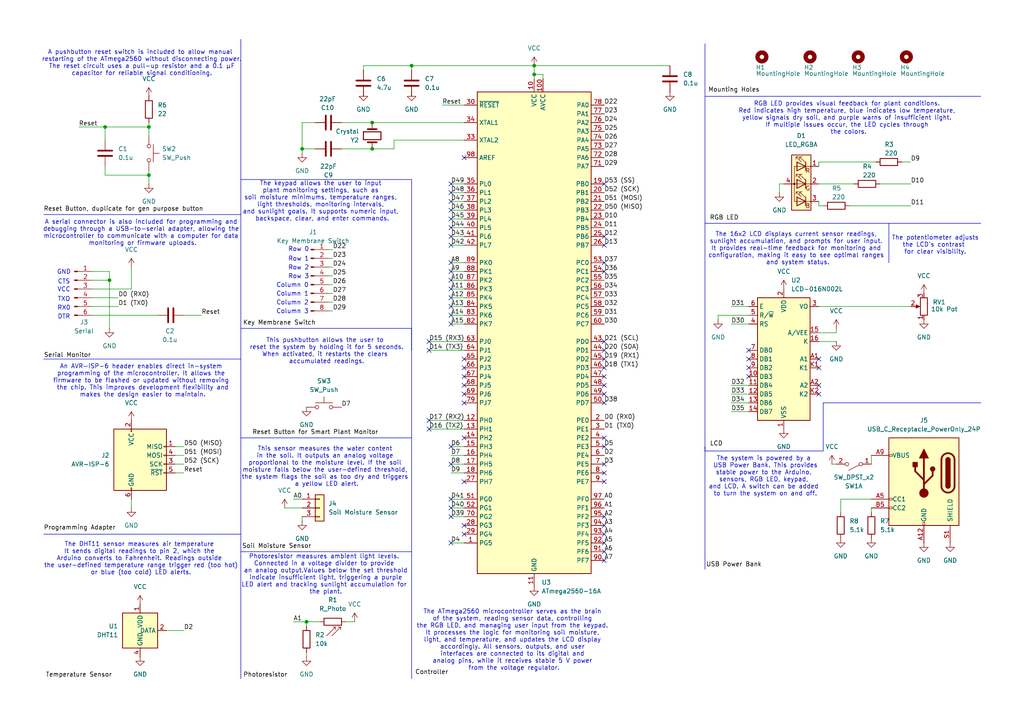
<source format=kicad_sch>
(kicad_sch (version 20250114) (generator "eeschema") (generator_version "9.0")
  (paper "A4")
  (lib_symbols
    (symbol "Connector:AVR-ISP-6" (pin_names (offset 1.016))
      (property "Reference" "J" (at -6.35 11.43 0))
      (property "Value" "AVR-ISP-6" (at 0 11.43 0))
      (symbol "AVR-ISP-6_1_1"
        (pin passive line (at -2.54 12.7 270) (length 2.54) (name "VCC") (number "2"))
        (pin passive line (at -2.54 -10.16 90) (length 2.54) (name "GND") (number "6"))
        (pin passive line (at 10.16 5.08 180) (length 2.54) (name "MISO") (number "1"))
        (pin passive line (at 10.16 2.54 180) (length 2.54) (name "MOSI") (number "4"))
        (pin passive line (at 10.16 0 180) (length 2.54) (name "SCK") (number "3"))
        (pin passive line (at 10.16 -2.54 180) (length 2.54) (name "~{RST}") (number "5"))
      )
    )
    (symbol "Connector:Conn_01x06_Pin" (pin_names (offset 1.016) (hide yes))
      (property "Reference" "J" (at 0 7.62 0))
      (property "Value" "Conn_01x06_Pin" (at 0 -10.16 0))
      (symbol "Conn_01x06_Pin_1_1"
        (pin passive line (at 5.08 5.08 180) (length 3.81) (name "Pin_1") (number "1"))
        (pin passive line (at 5.08 2.54 180) (length 3.81) (name "Pin_2") (number "2"))
        (pin passive line (at 5.08 0 180) (length 3.81) (name "Pin_3") (number "3"))
        (pin passive line (at 5.08 -2.54 180) (length 3.81) (name "Pin_4") (number "4"))
        (pin passive line (at 5.08 -5.08 180) (length 3.81) (name "Pin_5") (number "5"))
        (pin passive line (at 5.08 -7.62 180) (length 3.81) (name "Pin_6") (number "6"))
      )
    )
    (symbol "Connector:Conn_01x08_Pin" (pin_names (offset 1.016) (hide yes))
      (property "Reference" "J" (at 0 10.16 0))
      (property "Value" "Conn_01x08_Pin" (at 0 -12.7 0))
      (symbol "Conn_01x08_Pin_1_1"
        (pin passive line (at 5.08 7.62 180) (length 3.81) (name "Pin_1") (number "1"))
        (pin passive line (at 5.08 5.08 180) (length 3.81) (name "Pin_2") (number "2"))
        (pin passive line (at 5.08 2.54 180) (length 3.81) (name "Pin_3") (number "3"))
        (pin passive line (at 5.08 0 180) (length 3.81) (name "Pin_4") (number "4"))
        (pin passive line (at 5.08 -2.54 180) (length 3.81) (name "Pin_5") (number "5"))
        (pin passive line (at 5.08 -5.08 180) (length 3.81) (name "Pin_6") (number "6"))
        (pin passive line (at 5.08 -7.62 180) (length 3.81) (name "Pin_7") (number "7"))
        (pin passive line (at 5.08 -10.16 180) (length 3.81) (name "Pin_8") (number "8"))
      )
    )
    (symbol "Connector:USB_C_Receptacle_PowerOnly_24P" (pin_names (offset 1.016))
      (property "Reference" "J" (at 0 16.51 0))
      (property "Value" "USB_C_Receptacle_PowerOnly_24P" (at 0 13.97 0))
      (symbol "USB_C_Receptacle_PowerOnly_24P_1_1"
        (pin passive line (at -7.62 -17.78 90) (length 5.08) (name "SHIELD") (number "S1"))
        (pin passive line (at 0 -17.78 90) (length 5.08) (hide yes) (name "GND") (number "A1"))
        (pin power_in line (at 0 -17.78 90) (length 5.08) (name "GND") (number "A12"))
        (pin passive line (at 0 -17.78 90) (length 5.08) (hide yes) (name "GND") (number "B1"))
        (pin passive line (at 0 -17.78 90) (length 5.08) (hide yes) (name "GND") (number "B12"))
        (pin passive line (at 15.24 7.62 180) (length 5.08) (hide yes) (name "VBUS") (number "A4"))
        (pin power_in line (at 15.24 7.62 180) (length 5.08) (name "VBUS") (number "A9"))
        (pin passive line (at 15.24 7.62 180) (length 5.08) (hide yes) (name "VBUS") (number "B4"))
        (pin passive line (at 15.24 7.62 180) (length 5.08) (hide yes) (name "VBUS") (number "B9"))
        (pin bidirectional line (at 15.24 -5.08 180) (length 5.08) (name "CC1") (number "A5"))
        (pin bidirectional line (at 15.24 -7.62 180) (length 5.08) (name "CC2") (number "B5"))
      )
    )
    (symbol "Connector_Generic:Conn_01x03" (pin_names (offset 1.016) (hide yes))
      (property "Reference" "J" (at 0 5.08 0))
      (property "Value" "Conn_01x03" (at 0 -5.08 0))
      (symbol "Conn_01x03_1_1"
        (pin passive line (at -5.08 2.54 0) (length 3.81) (name "Pin_1") (number "1"))
        (pin passive line (at -5.08 0 0) (length 3.81) (name "Pin_2") (number "2"))
        (pin passive line (at -5.08 -2.54 0) (length 3.81) (name "Pin_3") (number "3"))
      )
    )
    (symbol "Device:C" (pin_numbers (hide yes)) (pin_names (offset 0.254))
      (property "Reference" "C" (at 0.635 2.54 0))
      (property "Value" "C" (at 0.635 -2.54 0))
      (symbol "C_1_1"
        (pin passive line (at 0 3.81 270) (length 2.794) (name "~") (number "1"))
        (pin passive line (at 0 -3.81 90) (length 2.794) (name "~") (number "2"))
      )
    )
    (symbol "Device:Crystal" (pin_numbers (hide yes)) (pin_names (offset 1.016) (hide yes))
      (property "Reference" "Y" (at 0 3.81 0))
      (property "Value" "Crystal" (at 0 -3.81 0))
      (symbol "Crystal_1_1"
        (pin passive line (at -3.81 0 0) (length 1.27) (name "1") (number "1"))
        (pin passive line (at 3.81 0 180) (length 1.27) (name "2") (number "2"))
      )
    )
    (symbol "Device:LED_RGBA" (pin_names (offset 0) (hide yes))
      (property "Reference" "D" (at 0 9.398 0))
      (property "Value" "LED_RGBA" (at 0 -8.89 0))
      (symbol "LED_RGBA_0_0"
        (text "R" (at -1.905 3.81 0) (effects (font (size 1.27 1.27))))
        (text "G" (at -1.905 -1.27 0) (effects (font (size 1.27 1.27))))
        (text "B" (at -1.905 -6.35 0) (effects (font (size 1.27 1.27))))
      )
      (symbol "LED_RGBA_1_1"
        (pin passive line (at -5.08 5.08 0) (length 2.54) (name "RK") (number "1"))
        (pin passive line (at -5.08 0 0) (length 2.54) (name "GK") (number "2"))
        (pin passive line (at -5.08 -5.08 0) (length 2.54) (name "BK") (number "3"))
        (pin passive line (at 5.08 0 180) (length 2.54) (name "A") (number "4"))
      )
    )
    (symbol "Device:R" (pin_numbers (hide yes)) (pin_names (offset 0))
      (property "Reference" "R" (at 2.032 0 90))
      (property "Value" "R" (at 0 0 90))
      (symbol "R_1_1"
        (pin passive line (at 0 3.81 270) (length 1.27) (name "~") (number "1"))
        (pin passive line (at 0 -3.81 90) (length 1.27) (name "~") (number "2"))
      )
    )
    (symbol "Device:R_Photo" (pin_numbers (hide yes)) (pin_names (offset 0))
      (property "Reference" "R" (at 1.27 1.27 0))
      (property "Value" "R_Photo" (at 1.27 0 0))
      (symbol "R_Photo_1_1"
        (pin passive line (at 0 3.81 270) (length 1.27) (name "~") (number "1"))
        (pin passive line (at 0 -3.81 90) (length 1.27) (name "~") (number "2"))
      )
    )
    (symbol "Device:R_Potentiometer" (pin_names (offset 1.016) (hide yes))
      (property "Reference" "RV" (at -4.445 0 90))
      (property "Value" "R_Potentiometer" (at -2.54 0 90))
      (symbol "R_Potentiometer_1_1"
        (pin passive line (at 0 3.81 270) (length 1.27) (name "1") (number "1"))
        (pin passive line (at 0 -3.81 90) (length 1.27) (name "3") (number "3"))
        (pin passive line (at 3.81 0 180) (length 1.27) (name "2") (number "2"))
      )
    )
    (symbol "Display_Character:LCD-016N002L"
      (property "Reference" "U" (at -6.35 18.796 0))
      (property "Value" "LCD-016N002L" (at 8.636 18.796 0))
      (symbol "LCD-016N002L_1_1"
        (pin input line (at -10.16 15.24 0) (length 2.54) (name "E") (number "6"))
        (pin input line (at -10.16 12.7 0) (length 2.54) (name "R/~{W}") (number "5"))
        (pin input line (at -10.16 10.16 0) (length 2.54) (name "RS") (number "4"))
        (pin bidirectional line (at -10.16 2.54 0) (length 2.54) (name "DB0") (number "7"))
        (pin bidirectional line (at -10.16 0 0) (length 2.54) (name "DB1") (number "8"))
        (pin bidirectional line (at -10.16 -2.54 0) (length 2.54) (name "DB2") (number "9"))
        (pin bidirectional line (at -10.16 -5.08 0) (length 2.54) (name "DB3") (number "10"))
        (pin bidirectional line (at -10.16 -7.62 0) (length 2.54) (name "DB4") (number "11"))
        (pin bidirectional line (at -10.16 -10.16 0) (length 2.54) (name "DB5") (number "12"))
        (pin bidirectional line (at -10.16 -12.7 0) (length 2.54) (name "DB6") (number "13"))
        (pin bidirectional line (at -10.16 -15.24 0) (length 2.54) (name "DB7") (number "14"))
        (pin power_in line (at 0 20.32 270) (length 2.54) (name "VDD") (number "2"))
        (pin power_in line (at 0 -20.32 90) (length 2.54) (name "VSS") (number "1"))
        (pin input line (at 10.16 15.24 180) (length 2.54) (name "VO") (number "3"))
        (pin power_in line (at 10.16 7.62 180) (length 2.54) (name "A/VEE") (number "15"))
        (pin power_in line (at 10.16 5.08 180) (length 2.54) (name "K") (number "16"))
        (pin power_in line (at 10.16 0 180) (length 2.54) (name "A1") (number "A1"))
        (pin power_in line (at 10.16 -2.54 180) (length 2.54) (name "K1") (number "K1"))
        (pin power_in line (at 10.16 -7.62 180) (length 2.54) (name "A2") (number "A2"))
        (pin power_in line (at 10.16 -10.16 180) (length 2.54) (name "K2") (number "K2"))
      )
    )
    (symbol "MCU_Microchip_ATmega:ATmega2560-16A"
      (property "Reference" "U" (at 0 1.27 0))
      (property "Value" "ATmega2560-16A" (at 0 -1.27 0))
      (symbol "ATmega2560-16A_1_1"
        (pin input line (at -20.32 66.04 0) (length 3.81) (name "~{RESET}") (number "30"))
        (pin input line (at -20.32 60.96 0) (length 3.81) (name "XTAL1") (number "34"))
        (pin output line (at -20.32 55.88 0) (length 3.81) (name "XTAL2") (number "33"))
        (pin passive line (at -20.32 50.8 0) (length 3.81) (name "AREF") (number "98"))
        (pin bidirectional line (at -20.32 43.18 0) (length 3.81) (name "PL0") (number "35"))
        (pin bidirectional line (at -20.32 40.64 0) (length 3.81) (name "PL1") (number "36"))
        (pin bidirectional line (at -20.32 38.1 0) (length 3.81) (name "PL2") (number "37"))
        (pin bidirectional line (at -20.32 35.56 0) (length 3.81) (name "PL3") (number "38"))
        (pin bidirectional line (at -20.32 33.02 0) (length 3.81) (name "PL4") (number "39"))
        (pin bidirectional line (at -20.32 30.48 0) (length 3.81) (name "PL5") (number "40"))
        (pin bidirectional line (at -20.32 27.94 0) (length 3.81) (name "PL6") (number "41"))
        (pin bidirectional line (at -20.32 25.4 0) (length 3.81) (name "PL7") (number "42"))
        (pin bidirectional line (at -20.32 20.32 0) (length 3.81) (name "PK0") (number "89"))
        (pin bidirectional line (at -20.32 17.78 0) (length 3.81) (name "PK1") (number "88"))
        (pin bidirectional line (at -20.32 15.24 0) (length 3.81) (name "PK2") (number "87"))
        (pin bidirectional line (at -20.32 12.7 0) (length 3.81) (name "PK3") (number "86"))
        (pin bidirectional line (at -20.32 10.16 0) (length 3.81) (name "PK4") (number "85"))
        (pin bidirectional line (at -20.32 7.62 0) (length 3.81) (name "PK5") (number "84"))
        (pin bidirectional line (at -20.32 5.08 0) (length 3.81) (name "PK6") (number "83"))
        (pin bidirectional line (at -20.32 2.54 0) (length 3.81) (name "PK7") (number "82"))
        (pin bidirectional line (at -20.32 -2.54 0) (length 3.81) (name "PJ0") (number "63"))
        (pin bidirectional line (at -20.32 -5.08 0) (length 3.81) (name "PJ1") (number "64"))
        (pin bidirectional line (at -20.32 -7.62 0) (length 3.81) (name "PJ2") (number "65"))
        (pin bidirectional line (at -20.32 -10.16 0) (length 3.81) (name "PJ3") (number "66"))
        (pin bidirectional line (at -20.32 -12.7 0) (length 3.81) (name "PJ4") (number "67"))
        (pin bidirectional line (at -20.32 -15.24 0) (length 3.81) (name "PJ5") (number "68"))
        (pin bidirectional line (at -20.32 -17.78 0) (length 3.81) (name "PJ6") (number "69"))
        (pin bidirectional line (at -20.32 -20.32 0) (length 3.81) (name "PJ7") (number "79"))
        (pin bidirectional line (at -20.32 -25.4 0) (length 3.81) (name "PH0") (number "12"))
        (pin bidirectional line (at -20.32 -27.94 0) (length 3.81) (name "PH1") (number "13"))
        (pin bidirectional line (at -20.32 -30.48 0) (length 3.81) (name "PH2") (number "14"))
        (pin bidirectional line (at -20.32 -33.02 0) (length 3.81) (name "PH3") (number "15"))
        (pin bidirectional line (at -20.32 -35.56 0) (length 3.81) (name "PH4") (number "16"))
        (pin bidirectional line (at -20.32 -38.1 0) (length 3.81) (name "PH5") (number "17"))
        (pin bidirectional line (at -20.32 -40.64 0) (length 3.81) (name "PH6") (number "18"))
        (pin bidirectional line (at -20.32 -43.18 0) (length 3.81) (name "PH7") (number "27"))
        (pin bidirectional line (at -20.32 -48.26 0) (length 3.81) (name "PG0") (number "51"))
        (pin bidirectional line (at -20.32 -50.8 0) (length 3.81) (name "PG1") (number "52"))
        (pin bidirectional line (at -20.32 -53.34 0) (length 3.81) (name "PG2") (number "70"))
        (pin bidirectional line (at -20.32 -55.88 0) (length 3.81) (name "PG3") (number "28"))
        (pin bidirectional line (at -20.32 -58.42 0) (length 3.81) (name "PG4") (number "29"))
        (pin bidirectional line (at -20.32 -60.96 0) (length 3.81) (name "PG5") (number "1"))
        (pin power_in line (at 0 73.66 270) (length 3.81) (name "VCC") (number "10"))
        (pin passive line (at 0 73.66 270) (length 3.81) (hide yes) (name "VCC") (number "31"))
        (pin passive line (at 0 73.66 270) (length 3.81) (hide yes) (name "VCC") (number "61"))
        (pin passive line (at 0 73.66 270) (length 3.81) (hide yes) (name "VCC") (number "80"))
        (pin power_in line (at 0 -73.66 90) (length 3.81) (name "GND") (number "11"))
        (pin passive line (at 0 -73.66 90) (length 3.81) (hide yes) (name "GND") (number "32"))
        (pin passive line (at 0 -73.66 90) (length 3.81) (hide yes) (name "GND") (number "62"))
        (pin passive line (at 0 -73.66 90) (length 3.81) (hide yes) (name "GND") (number "81"))
        (pin passive line (at 0 -73.66 90) (length 3.81) (hide yes) (name "GND") (number "99"))
        (pin power_in line (at 2.54 73.66 270) (length 3.81) (name "AVCC") (number "100"))
        (pin bidirectional line (at 20.32 66.04 180) (length 3.81) (name "PA0") (number "78"))
        (pin bidirectional line (at 20.32 63.5 180) (length 3.81) (name "PA1") (number "77"))
        (pin bidirectional line (at 20.32 60.96 180) (length 3.81) (name "PA2") (number "76"))
        (pin bidirectional line (at 20.32 58.42 180) (length 3.81) (name "PA3") (number "75"))
        (pin bidirectional line (at 20.32 55.88 180) (length 3.81) (name "PA4") (number "74"))
        (pin bidirectional line (at 20.32 53.34 180) (length 3.81) (name "PA5") (number "73"))
        (pin bidirectional line (at 20.32 50.8 180) (length 3.81) (name "PA6") (number "72"))
        (pin bidirectional line (at 20.32 48.26 180) (length 3.81) (name "PA7") (number "71"))
        (pin bidirectional line (at 20.32 43.18 180) (length 3.81) (name "PB0") (number "19"))
        (pin bidirectional line (at 20.32 40.64 180) (length 3.81) (name "PB1") (number "20"))
        (pin bidirectional line (at 20.32 38.1 180) (length 3.81) (name "PB2") (number "21"))
        (pin bidirectional line (at 20.32 35.56 180) (length 3.81) (name "PB3") (number "22"))
        (pin bidirectional line (at 20.32 33.02 180) (length 3.81) (name "PB4") (number "23"))
        (pin bidirectional line (at 20.32 30.48 180) (length 3.81) (name "PB5") (number "24"))
        (pin bidirectional line (at 20.32 27.94 180) (length 3.81) (name "PB6") (number "25"))
        (pin bidirectional line (at 20.32 25.4 180) (length 3.81) (name "PB7") (number "26"))
        (pin bidirectional line (at 20.32 20.32 180) (length 3.81) (name "PC0") (number "53"))
        (pin bidirectional line (at 20.32 17.78 180) (length 3.81) (name "PC1") (number "54"))
        (pin bidirectional line (at 20.32 15.24 180) (length 3.81) (name "PC2") (number "55"))
        (pin bidirectional line (at 20.32 12.7 180) (length 3.81) (name "PC3") (number "56"))
        (pin bidirectional line (at 20.32 10.16 180) (length 3.81) (name "PC4") (number "57"))
        (pin bidirectional line (at 20.32 7.62 180) (length 3.81) (name "PC5") (number "58"))
        (pin bidirectional line (at 20.32 5.08 180) (length 3.81) (name "PC6") (number "59"))
        (pin bidirectional line (at 20.32 2.54 180) (length 3.81) (name "PC7") (number "60"))
        (pin bidirectional line (at 20.32 -2.54 180) (length 3.81) (name "PD0") (number "43"))
        (pin bidirectional line (at 20.32 -5.08 180) (length 3.81) (name "PD1") (number "44"))
        (pin bidirectional line (at 20.32 -7.62 180) (length 3.81) (name "PD2") (number "45"))
        (pin bidirectional line (at 20.32 -10.16 180) (length 3.81) (name "PD3") (number "46"))
        (pin bidirectional line (at 20.32 -12.7 180) (length 3.81) (name "PD4") (number "47"))
        (pin bidirectional line (at 20.32 -15.24 180) (length 3.81) (name "PD5") (number "48"))
        (pin bidirectional line (at 20.32 -17.78 180) (length 3.81) (name "PD6") (number "49"))
        (pin bidirectional line (at 20.32 -20.32 180) (length 3.81) (name "PD7") (number "50"))
        (pin bidirectional line (at 20.32 -25.4 180) (length 3.81) (name "PE0") (number "2"))
        (pin bidirectional line (at 20.32 -27.94 180) (length 3.81) (name "PE1") (number "3"))
        (pin bidirectional line (at 20.32 -30.48 180) (length 3.81) (name "PE2") (number "4"))
        (pin bidirectional line (at 20.32 -33.02 180) (length 3.81) (name "PE3") (number "5"))
        (pin bidirectional line (at 20.32 -35.56 180) (length 3.81) (name "PE4") (number "6"))
        (pin bidirectional line (at 20.32 -38.1 180) (length 3.81) (name "PE5") (number "7"))
        (pin bidirectional line (at 20.32 -40.64 180) (length 3.81) (name "PE6") (number "8"))
        (pin bidirectional line (at 20.32 -43.18 180) (length 3.81) (name "PE7") (number "9"))
        (pin bidirectional line (at 20.32 -48.26 180) (length 3.81) (name "PF0") (number "97"))
        (pin bidirectional line (at 20.32 -50.8 180) (length 3.81) (name "PF1") (number "96"))
        (pin bidirectional line (at 20.32 -53.34 180) (length 3.81) (name "PF2") (number "95"))
        (pin bidirectional line (at 20.32 -55.88 180) (length 3.81) (name "PF3") (number "94"))
        (pin bidirectional line (at 20.32 -58.42 180) (length 3.81) (name "PF4") (number "93"))
        (pin bidirectional line (at 20.32 -60.96 180) (length 3.81) (name "PF5") (number "92"))
        (pin bidirectional line (at 20.32 -63.5 180) (length 3.81) (name "PF6") (number "91"))
        (pin bidirectional line (at 20.32 -66.04 180) (length 3.81) (name "PF7") (number "90"))
      )
    )
    (symbol "Mechanical:MountingHole" (pin_names (offset 1.016)) (in_bom no)
      (property "Reference" "H" (at 0 5.08 0))
      (property "Value" "MountingHole" (at 0 3.175 0))
    )
    (symbol "Sensor:DHT11"
      (property "Reference" "U" (at -3.81 6.35 0))
      (property "Value" "DHT11" (at 3.81 6.35 0))
      (symbol "DHT11_1_1"
        (pin no_connect line (at -5.08 0 0) (length 2.54) (hide yes) (name "NC") (number "3"))
        (pin power_in line (at 0 7.62 270) (length 2.54) (name "VDD") (number "1"))
        (pin power_in line (at 0 -7.62 90) (length 2.54) (name "GND") (number "4"))
        (pin bidirectional line (at 7.62 0 180) (length 2.54) (name "DATA") (number "2"))
      )
    )
    (symbol "Switch:SW_DPST_x2" (pin_names (offset 0) (hide yes))
      (property "Reference" "SW" (at 0 3.175 0))
      (property "Value" "SW_DPST_x2" (at 0 -2.54 0))
      (symbol "SW_DPST_x2_1_1"
        (pin passive line (at -5.08 0 0) (length 2.54) (name "A") (number "1"))
        (pin passive line (at 5.08 0 180) (length 2.54) (name "B") (number "2"))
      )
      (symbol "SW_DPST_x2_2_1"
        (pin passive line (at -5.08 0 0) (length 2.54) (name "A") (number "3"))
        (pin passive line (at 5.08 0 180) (length 2.54) (name "B") (number "4"))
      )
    )
    (symbol "Switch:SW_Push" (pin_numbers (hide yes)) (pin_names (offset 1.016) (hide yes))
      (property "Reference" "SW" (at 1.27 2.54 0))
      (property "Value" "SW_Push" (at 0 -1.524 0))
      (symbol "SW_Push_0_1"
        (pin passive line (at -5.08 0 0) (length 2.54) (name "1") (number "1"))
        (pin passive line (at 5.08 0 180) (length 2.54) (name "2") (number "2"))
      )
    )
    (symbol "power:GND" (power) (pin_numbers (hide yes)) (pin_names (offset 0) (hide yes))
      (property "Value" "GND" (at 0 -3.81 0))
      (symbol "GND_1_1"
        (pin power_in line (at 0 0 270) (length 0) (name "~") (number "1"))
      )
    )
    (symbol "power:VCC" (power) (pin_numbers (hide yes)) (pin_names (offset 0) (hide yes))
      (property "Value" "VCC" (at 0 3.556 0))
      (symbol "VCC_1_1"
        (pin power_in line (at 0 0 90) (length 0) (name "~") (number "1"))
      )
    )
  )
  (text "The 16x2 LCD displays current sensor readings, \nsunlight accumulation, and prompts for user input. \nIt provides real-time feedback for monitoring and \nconfiguration, making it easy to see optimal ranges \nand system status." (at 231.394 72.136 0) (effects (font (size 1.27 1.27))))
  (text "An AVR-ISP-6 header enables direct in-system \nprogramming of the microcontroller. It allows the \nfirmware to be flashed or updated without removing \nthe chip. This improves development flexibility and\nmakes the design easier to maintain." (at 41.402 110.49 0) (effects (font (size 1.27 1.27))))
  (text "GND\n" (at 18.542 78.994 0) (effects (font (size 1.27 1.27))))
  (text "Programming Adapter" (at 23.114 153.162 0) (effects (font (size 1.27 1.27))))
  (text "LCD" (at 207.772 128.778 0) (effects (font (size 1.27 1.27))))
  (text "RGB LED provides visual feedback for plant conditions. \nRed indicates high temperature, blue indicates low temperature, \nyellow signals dry soil, and purple warns of insufficient light. \nIf multiple issues occur, the LED cycles through \nthe colors." (at 246.126 34.29 0) (effects (font (size 1.27 1.27))))
  (text "Serial Monitor" (at 19.558 103.124 0) (effects (font (size 1.27 1.27))))
  (text "The ATmega2560 microcontroller serves as the brain \nof the system, reading sensor data, controlling \nthe RGB LED, and managing user input from the keypad. \nIt processes the logic for monitoring soil moisture, \nlight, and temperature, and updates the LCD display \naccordingly. All sensors, outputs, and user \ninterfaces are connected to its digital and \nanalog pins, while it receives stable 5 V power \nfrom the voltage regulator." (at 149.098 185.674 0) (effects (font (size 1.27 1.27))))
  (text "A pushbutton reset switch is included to allow manual \nrestarting of the ATmega2560 without disconnecting power.\n The reset circuit uses a pull-up resistor and a 0.1 µF \ncapacitor for reliable signal conditioning." (at 41.148 18.288 0) (effects (font (size 1.27 1.27))))
  (text "VCC" (at 18.542 84.074 0) (effects (font (size 1.27 1.27))))
  (text "RX0" (at 18.542 89.408 0) (effects (font (size 1.27 1.27))))
  (text "Controller" (at 125.222 195.072 0) (effects (font (size 1.27 1.27))))
  (text "Temperature Sensor" (at 22.86 195.834 0) (effects (font (size 1.27 1.27))))
  (text "Photoresistor measures ambient light levels. \nConnected in a voltage divider to provide \nan analog output.Values below the set threshold\nindicate insufficient light, triggering a purple\nLED alert and tracking sunlight accumulation for \nthe plant." (at 94.488 166.624 0) (effects (font (size 1.27 1.27))))
  (text "The DHT11 sensor measures air temperature \nIt sends digital readings to pin 2, which the \nArduino converts to Fahrenheit. Readings outside \nthe user-defined temperature range trigger red (too hot)\nor blue (too cold) LED alerts." (at 40.894 162.052 0) (effects (font (size 1.27 1.27))))
  (text "Mounting Holes" (at 212.852 26.162 0) (effects (font (size 1.27 1.27))))
  (text "Photoresistor" (at 76.962 195.834 0) (effects (font (size 1.27 1.27))))
  (text "Soil Moisture Sensor" (at 80.264 158.496 0) (effects (font (size 1.27 1.27))))
  (text "The potentiometer adjusts\nthe LCD's contrast \nfor clear visibility." (at 271.272 71.12 0) (effects (font (size 1.27 1.27))))
  (text "Reset Button for Smart Plant Monitor" (at 91.44 125.476 0) (effects (font (size 1.27 1.27))))
  (text "USB Power Bank" (at 212.852 163.83 0) (effects (font (size 1.27 1.27))))
  (text "RGB LED" (at 210.058 63.246 0) (effects (font (size 1.27 1.27))))
  (text "Column 1" (at 84.836 85.344 0) (effects (font (size 1.27 1.27))))
  (text "The keypad allows the user to input \nplant monitoring settings, such as \nsoil moisture minimums, temperature ranges, \nlight thresholds, monitoring intervals, \nand sunlight goals. It supports numeric input, \nbackspace, clear, and enter commands." (at 93.472 58.42 0) (effects (font (size 1.27 1.27))))
  (text "Key Membrane Switch" (at 81.026 93.726 0) (effects (font (size 1.27 1.27))))
  (text "The system is powered by a \nUSB Power Bank. This provides\nstable power to the Arduino, \nsensors, RGB LED, keypad, \nand LCD. A switch can be added \nto turn the system on and off." (at 221.996 138.176 0) (effects (font (size 1.27 1.27))))
  (text "DTR" (at 18.542 91.948 0) (effects (font (size 1.27 1.27))))
  (text "Row 0" (at 86.614 72.39 0) (effects (font (size 1.27 1.27))))
  (text "Column 3" (at 84.836 90.424 0) (effects (font (size 1.27 1.27))))
  (text "Reset Button, duplicate for gen purpose button" (at 35.814 60.706 0) (effects (font (size 1.27 1.27))))
  (text "Column 2" (at 84.836 87.884 0) (effects (font (size 1.27 1.27))))
  (text "This pushbutton allows the user to \nreset the system by holding it for 5 seconds.\nWhen activated, it restarts the clears \naccumulated readings." (at 94.742 101.854 0) (effects (font (size 1.27 1.27))))
  (text "Row 2" (at 86.614 77.724 0) (effects (font (size 1.27 1.27))))
  (text "Row 3" (at 86.614 80.264 0) (effects (font (size 1.27 1.27))))
  (text "This sensor measures the water content \nin the soil. It outputs an analog voltage \nproportional to the moisture level. If the soil \nmoisture falls below the user-defined threshold, \nthe system flags the soil as too dry and triggers \na yellow LED alert." (at 94.742 135.382 0) (effects (font (size 1.27 1.27))))
  (text "Row 1" (at 86.614 75.184 0) (effects (font (size 1.27 1.27))))
  (text "TXO" (at 18.542 86.868 0) (effects (font (size 1.27 1.27))))
  (text "A serial connector is also included for programming and \ndebugging through a USB-to-serial adapter, allowing the \nmicrocontroller to communicate with a computer for data \nmonitoring or firmware uploads." (at 41.402 67.564 0) (effects (font (size 1.27 1.27))))
  (text "CTS" (at 18.542 81.788 0) (effects (font (size 1.27 1.27))))
  (text "Column 0" (at 84.836 82.804 0) (effects (font (size 1.27 1.27))))
  (junction (at 88.9 180.34))
  (junction (at 154.94 21.59))
  (junction (at 107.95 35.56))
  (junction (at 154.94 19.05))
  (junction (at 30.48 36.83))
  (junction (at 107.95 43.18))
  (junction (at 87.63 43.18))
  (junction (at 43.18 50.8))
  (junction (at 119.38 19.05))
  (junction (at 43.18 36.83))
  (junction (at 31.75 81.28))
  (no_connect (at 175.26 68.58))
  (no_connect (at 130.81 83.82))
  (no_connect (at 130.81 134.62))
  (no_connect (at 130.81 91.44))
  (no_connect (at 175.26 109.22))
  (no_connect (at 130.81 157.48))
  (no_connect (at 175.26 71.12))
  (no_connect (at 175.26 53.34))
  (no_connect (at 134.62 114.3))
  (no_connect (at 175.26 116.84))
  (no_connect (at 134.62 104.14))
  (no_connect (at 124.46 121.92))
  (no_connect (at 134.62 45.72))
  (no_connect (at 124.46 101.6))
  (no_connect (at 237.49 111.76))
  (no_connect (at 130.81 55.88))
  (no_connect (at 130.81 129.54))
  (no_connect (at 175.26 134.62))
  (no_connect (at 175.26 149.86))
  (no_connect (at 130.81 149.86))
  (no_connect (at 217.17 109.22))
  (no_connect (at 175.26 129.54))
  (no_connect (at 130.81 68.58))
  (no_connect (at 134.62 111.76))
  (no_connect (at 217.17 101.6))
  (no_connect (at 130.81 86.36))
  (no_connect (at 217.17 104.14))
  (no_connect (at 130.81 88.9))
  (no_connect (at 130.81 58.42))
  (no_connect (at 130.81 63.5))
  (no_connect (at 175.26 99.06))
  (no_connect (at 134.62 139.7))
  (no_connect (at 175.26 101.6))
  (no_connect (at 175.26 154.94))
  (no_connect (at 237.49 114.3))
  (no_connect (at 175.26 76.2))
  (no_connect (at 130.81 71.12))
  (no_connect (at 124.46 124.46))
  (no_connect (at 175.26 104.14))
  (no_connect (at 134.62 127))
  (no_connect (at 130.81 66.04))
  (no_connect (at 134.62 152.4))
  (no_connect (at 130.81 53.34))
  (no_connect (at 134.62 154.94))
  (no_connect (at 130.81 144.78))
  (no_connect (at 217.17 106.68))
  (no_connect (at 175.26 139.7))
  (no_connect (at 130.81 81.28))
  (no_connect (at 130.81 76.2))
  (no_connect (at 134.62 109.22))
  (no_connect (at 175.26 127))
  (no_connect (at 134.62 116.84))
  (no_connect (at 175.26 152.4))
  (no_connect (at 237.49 104.14))
  (no_connect (at 175.26 78.74))
  (no_connect (at 130.81 147.32))
  (no_connect (at 175.26 160.02))
  (no_connect (at 130.81 60.96))
  (no_connect (at 175.26 111.76))
  (no_connect (at 130.81 93.98))
  (no_connect (at 130.81 78.74))
  (no_connect (at 124.46 99.06))
  (no_connect (at 175.26 137.16))
  (no_connect (at 237.49 106.68))
  (no_connect (at 175.26 106.68))
  (no_connect (at 134.62 106.68))
  (no_connect (at 175.26 157.48))
  (no_connect (at 175.26 162.56))
  (no_connect (at 175.26 114.3))
  (wire (pts (xy 50.8 134.62) (xy 53.34 134.62)))
  (wire (pts (xy 130.81 63.5) (xy 134.62 63.5)))
  (wire (pts (xy 107.95 35.56) (xy 134.62 35.56)))
  (wire (pts (xy 43.18 35.56) (xy 43.18 36.83)))
  (polyline (pts (xy 204.47 27.94) (xy 284.48 27.94)))
  (wire (pts (xy 130.81 132.08) (xy 134.62 132.08)))
  (wire (pts (xy 154.94 21.59) (xy 154.94 22.86)))
  (wire (pts (xy 212.09 88.9) (xy 217.17 88.9)))
  (wire (pts (xy 130.81 93.98) (xy 134.62 93.98)))
  (wire (pts (xy 95.25 87.63) (xy 96.52 87.63)))
  (wire (pts (xy 114.3 40.64) (xy 114.3 43.18)))
  (wire (pts (xy 26.67 91.44) (xy 45.72 91.44)))
  (wire (pts (xy 212.09 93.98) (xy 217.17 93.98)))
  (wire (pts (xy 255.27 53.34) (xy 264.16 53.34)))
  (polyline (pts (xy 204.47 130.81) (xy 238.76 130.81)))
  (wire (pts (xy 26.67 88.9) (xy 34.29 88.9)))
  (wire (pts (xy 43.18 50.8) (xy 43.18 53.34)))
  (wire (pts (xy 31.75 81.28) (xy 31.75 95.25)))
  (wire (pts (xy 212.09 116.84) (xy 217.17 116.84)))
  (wire (pts (xy 130.81 134.62) (xy 134.62 134.62)))
  (wire (pts (xy 243.84 144.78) (xy 252.73 144.78)))
  (polyline (pts (xy 204.47 129.54) (xy 204.47 165.1)))
  (wire (pts (xy 130.81 157.48) (xy 134.62 157.48)))
  (wire (pts (xy 130.81 88.9) (xy 134.62 88.9)))
  (wire (pts (xy 154.94 19.05) (xy 154.94 21.59)))
  (wire (pts (xy 50.8 129.54) (xy 53.34 129.54)))
  (wire (pts (xy 237.49 88.9) (xy 264.16 88.9)))
  (wire (pts (xy 119.38 19.05) (xy 119.38 20.32)))
  (wire (pts (xy 157.48 22.86) (xy 157.48 21.59)))
  (polyline (pts (xy 119.38 52.07) (xy 119.38 101.6)))
  (wire (pts (xy 237.49 46.99) (xy 237.49 48.26)))
  (wire (pts (xy 130.81 144.78) (xy 134.62 144.78)))
  (wire (pts (xy 114.3 43.18) (xy 107.95 43.18)))
  (wire (pts (xy 30.48 50.8) (xy 43.18 50.8)))
  (wire (pts (xy 88.9 180.34) (xy 92.71 180.34)))
  (wire (pts (xy 31.75 78.74) (xy 31.75 81.28)))
  (polyline (pts (xy 69.85 52.07) (xy 119.38 52.07)))
  (polyline (pts (xy 238.76 116.84) (xy 284.48 116.84)))
  (wire (pts (xy 130.81 68.58) (xy 134.62 68.58)))
  (wire (pts (xy 237.49 59.69) (xy 238.76 59.69)))
  (wire (pts (xy 212.09 111.76) (xy 217.17 111.76)))
  (wire (pts (xy 30.48 40.64) (xy 30.48 36.83)))
  (wire (pts (xy 130.81 137.16) (xy 134.62 137.16)))
  (wire (pts (xy 105.41 20.32) (xy 105.41 19.05)))
  (wire (pts (xy 88.9 189.23) (xy 88.9 190.5)))
  (wire (pts (xy 87.63 43.18) (xy 87.63 35.56)))
  (wire (pts (xy 242.57 96.52) (xy 242.57 95.25)))
  (wire (pts (xy 95.25 82.55) (xy 96.52 82.55)))
  (wire (pts (xy 30.48 48.26) (xy 30.48 50.8)))
  (wire (pts (xy 208.28 91.44) (xy 208.28 92.71)))
  (wire (pts (xy 237.49 99.06) (xy 242.57 99.06)))
  (wire (pts (xy 130.81 71.12) (xy 134.62 71.12)))
  (wire (pts (xy 50.8 132.08) (xy 53.34 132.08)))
  (polyline (pts (xy 238.76 116.84) (xy 238.76 130.81)))
  (wire (pts (xy 212.09 119.38) (xy 217.17 119.38)))
  (wire (pts (xy 128.27 30.48) (xy 134.62 30.48)))
  (wire (pts (xy 124.46 99.06) (xy 134.62 99.06)))
  (wire (pts (xy 130.81 53.34) (xy 134.62 53.34)))
  (wire (pts (xy 53.34 91.44) (xy 58.42 91.44)))
  (wire (pts (xy 130.81 86.36) (xy 134.62 86.36)))
  (wire (pts (xy 91.44 35.56) (xy 87.63 35.56)))
  (wire (pts (xy 261.62 46.99) (xy 264.16 46.99)))
  (wire (pts (xy 82.55 147.32) (xy 87.63 147.32)))
  (wire (pts (xy 237.49 46.99) (xy 254 46.99)))
  (wire (pts (xy 95.25 74.93) (xy 96.52 74.93)))
  (wire (pts (xy 30.48 36.83) (xy 43.18 36.83)))
  (wire (pts (xy 119.38 26.67) (xy 119.38 27.94)))
  (wire (pts (xy 237.49 59.69) (xy 237.49 58.42)))
  (polyline (pts (xy 204.47 64.77) (xy 284.48 64.77)))
  (wire (pts (xy 26.67 86.36) (xy 34.29 86.36)))
  (wire (pts (xy 130.81 81.28) (xy 134.62 81.28)))
  (wire (pts (xy 130.81 58.42) (xy 134.62 58.42)))
  (wire (pts (xy 134.62 40.64) (xy 114.3 40.64)))
  (wire (pts (xy 130.81 83.82) (xy 134.62 83.82)))
  (wire (pts (xy 107.95 35.56) (xy 99.06 35.56)))
  (wire (pts (xy 227.33 53.34) (xy 226.06 53.34)))
  (wire (pts (xy 38.1 83.82) (xy 38.1 77.47)))
  (polyline (pts (xy 69.85 160.02) (xy 119.38 160.02)))
  (wire (pts (xy 130.81 149.86) (xy 134.62 149.86)))
  (wire (pts (xy 43.18 36.83) (xy 43.18 39.37)))
  (wire (pts (xy 26.67 78.74) (xy 31.75 78.74)))
  (wire (pts (xy 124.46 121.92) (xy 134.62 121.92)))
  (wire (pts (xy 226.06 53.34) (xy 226.06 55.88)))
  (polyline (pts (xy 12.7 62.23) (xy 69.85 62.23)))
  (wire (pts (xy 130.81 66.04) (xy 134.62 66.04)))
  (wire (pts (xy 252.73 147.32) (xy 252.73 148.59)))
  (polyline (pts (xy 204.47 12.7) (xy 204.47 130.81)))
  (wire (pts (xy 130.81 91.44) (xy 134.62 91.44)))
  (wire (pts (xy 85.09 144.78) (xy 87.63 144.78)))
  (polyline (pts (xy 69.85 11.43) (xy 69.85 160.02)))
  (wire (pts (xy 124.46 101.6) (xy 134.62 101.6)))
  (wire (pts (xy 130.81 76.2) (xy 134.62 76.2)))
  (wire (pts (xy 95.25 90.17) (xy 96.52 90.17)))
  (wire (pts (xy 119.38 19.05) (xy 154.94 19.05)))
  (wire (pts (xy 95.25 77.47) (xy 96.52 77.47)))
  (wire (pts (xy 91.44 43.18) (xy 87.63 43.18)))
  (wire (pts (xy 88.9 180.34) (xy 88.9 181.61)))
  (polyline (pts (xy 119.38 161.29) (xy 119.38 196.85)))
  (wire (pts (xy 252.73 132.08) (xy 252.73 134.62)))
  (wire (pts (xy 50.8 137.16) (xy 53.34 137.16)))
  (polyline (pts (xy 12.7 154.94) (xy 69.85 154.94)))
  (wire (pts (xy 246.38 59.69) (xy 264.16 59.69)))
  (wire (pts (xy 237.49 96.52) (xy 242.57 96.52)))
  (wire (pts (xy 243.84 144.78) (xy 243.84 148.59)))
  (wire (pts (xy 130.81 78.74) (xy 134.62 78.74)))
  (wire (pts (xy 48.26 182.88) (xy 53.34 182.88)))
  (wire (pts (xy 130.81 147.32) (xy 134.62 147.32)))
  (wire (pts (xy 130.81 60.96) (xy 134.62 60.96)))
  (wire (pts (xy 105.41 19.05) (xy 119.38 19.05)))
  (wire (pts (xy 212.09 114.3) (xy 217.17 114.3)))
  (wire (pts (xy 100.33 180.34) (xy 102.87 180.34)))
  (wire (pts (xy 87.63 43.18) (xy 87.63 44.45)))
  (wire (pts (xy 95.25 85.09) (xy 96.52 85.09)))
  (wire (pts (xy 87.63 149.86) (xy 87.63 151.13)))
  (wire (pts (xy 85.09 180.34) (xy 88.9 180.34)))
  (polyline (pts (xy 69.85 127) (xy 119.38 127)))
  (wire (pts (xy 157.48 21.59) (xy 154.94 21.59)))
  (wire (pts (xy 105.41 27.94) (xy 105.41 26.67)))
  (wire (pts (xy 43.18 49.53) (xy 43.18 50.8)))
  (wire (pts (xy 22.86 36.83) (xy 30.48 36.83)))
  (polyline (pts (xy 69.85 95.25) (xy 119.38 95.25)))
  (polyline (pts (xy 12.7 104.14) (xy 69.85 104.14)))
  (polyline (pts (xy 119.38 95.25) (xy 119.38 161.29)))
  (wire (pts (xy 217.17 91.44) (xy 208.28 91.44)))
  (wire (pts (xy 124.46 124.46) (xy 134.62 124.46)))
  (wire (pts (xy 95.25 80.01) (xy 96.52 80.01)))
  (wire (pts (xy 154.94 19.05) (xy 194.31 19.05)))
  (polyline (pts (xy 69.85 160.02) (xy 69.85 196.85)))
  (wire (pts (xy 130.81 129.54) (xy 134.62 129.54)))
  (wire (pts (xy 95.25 72.39) (xy 96.52 72.39)))
  (wire (pts (xy 26.67 81.28) (xy 31.75 81.28)))
  (wire (pts (xy 38.1 144.78) (xy 38.1 147.32)))
  (wire (pts (xy 241.3 134.62) (xy 242.57 134.62)))
  (polyline (pts (xy 257.81 64.77) (xy 257.81 76.2)))
  (wire (pts (xy 107.95 43.18) (xy 99.06 43.18)))
  (wire (pts (xy 130.81 55.88) (xy 134.62 55.88)))
  (wire (pts (xy 26.67 83.82) (xy 38.1 83.82)))
  (wire (pts (xy 237.49 53.34) (xy 247.65 53.34)))
  (label "A2" (at 175.26 149.86 0))
  (label "D29" (at 175.26 48.26 0))
  (label "D0 (RX0)" (at 34.29 86.36 0))
  (label "D51 (MOSI)" (at 53.34 132.08 0))
  (label "D2" (at 175.26 132.08 0))
  (label "A13" (at 130.81 88.9 0))
  (label "D26" (at 96.52 82.55 0))
  (label "D40" (at 130.81 147.32 0))
  (label "D48" (at 130.81 55.88 0))
  (label "D33" (at 212.09 114.3 0))
  (label "D6" (at 130.81 129.54 0))
  (label "D50 (MISO)" (at 53.34 129.54 0))
  (label "D24" (at 175.26 35.56 0))
  (label "A12" (at 130.81 86.36 0))
  (label "A1" (at 175.26 147.32 0))
  (label "D3" (at 175.26 134.62 0))
  (label "D49" (at 130.81 53.34 0))
  (label "D4" (at 130.81 157.48 0))
  (label "D34" (at 175.26 83.82 0))
  (label "D2" (at 53.34 182.88 0))
  (label "D7" (at 99.06 118.11 0))
  (label "D18 (TX1)" (at 175.26 106.68 0))
  (label "D10" (at 264.16 53.34 0))
  (label "D30" (at 212.09 93.98 0))
  (label "A11" (at 130.81 83.82 0))
  (label "D37" (at 175.26 76.2 0))
  (label "A4" (at 175.26 154.94 0))
  (label "D33" (at 175.26 86.36 0))
  (label "A9" (at 130.81 78.74 0))
  (label "D22" (at 175.26 30.48 0))
  (label "D38" (at 175.26 116.84 0))
  (label "D20 (SDA)" (at 175.26 101.6 0))
  (label "D39" (at 130.81 149.86 0))
  (label "D23" (at 96.52 74.93 0))
  (label "A3" (at 175.26 152.4 0))
  (label "D45" (at 130.81 63.5 0))
  (label "D31" (at 175.26 91.44 0))
  (label "D43" (at 130.81 68.58 0))
  (label "D17 (RX2)" (at 124.46 121.92 0))
  (label "D52 (SCK)" (at 175.26 55.88 0))
  (label "Reset" (at 22.86 36.83 0))
  (label "D35" (at 175.26 81.28 0))
  (label "A15" (at 130.81 93.98 0))
  (label "A14" (at 130.81 91.44 0))
  (label "A5" (at 175.26 157.48 0))
  (label "D53 (SS)" (at 175.26 53.34 0))
  (label "D14 (TX3)" (at 124.46 101.6 0))
  (label "Reset" (at 53.34 137.16 0))
  (label "A10" (at 130.81 81.28 0))
  (label "D16 (TX2)" (at 124.46 124.46 0))
  (label "D8" (at 130.81 134.62 0))
  (label "A1" (at 85.09 180.34 0))
  (label "A8" (at 130.81 76.2 0))
  (label "D44" (at 130.81 66.04 0))
  (label "D28" (at 96.52 87.63 0))
  (label "D47" (at 130.81 58.42 0))
  (label "D10" (at 175.26 63.5 0))
  (label "D42" (at 130.81 71.12 0))
  (label "D29" (at 96.52 90.17 0))
  (label "D5" (at 175.26 129.54 0))
  (label "D41" (at 130.81 144.78 0))
  (label "D24" (at 96.52 77.47 0))
  (label "A0" (at 175.26 144.78 0))
  (label "D30" (at 175.26 93.98 0))
  (label "D32" (at 175.26 88.9 0))
  (label "D1 (TX0)" (at 34.29 88.9 0))
  (label "D15 (RX3)" (at 124.46 99.06 0))
  (label "D9" (at 264.16 46.99 0))
  (label "D7" (at 130.81 132.08 0))
  (label "D36" (at 175.26 78.74 0))
  (label "D27" (at 96.52 85.09 0))
  (label "Reset" (at 128.27 30.48 0))
  (label "A7" (at 175.26 162.56 0))
  (label "D11" (at 175.26 66.04 0))
  (label "D46" (at 130.81 60.96 0))
  (label "D11" (at 264.16 59.69 0))
  (label "D52 (SCK)" (at 53.34 134.62 0))
  (label "A6" (at 175.26 160.02 0))
  (label "Reset" (at 58.42 91.44 0))
  (label "D51 (MOSI)" (at 175.26 58.42 0))
  (label "D9" (at 130.81 137.16 0))
  (label "D0 (RX0)" (at 175.26 121.92 0))
  (label "D1 (TX0)" (at 175.26 124.46 0))
  (label "D12" (at 175.26 68.58 0))
  (label "D13" (at 175.26 71.12 0))
  (label "D31" (at 212.09 88.9 0))
  (label "D28" (at 175.26 45.72 0))
  (label "D23" (at 175.26 33.02 0))
  (label "D27" (at 175.26 43.18 0))
  (label "A0" (at 85.09 144.78 0))
  (label "D32" (at 212.09 111.76 0))
  (label "D21 (SCL)" (at 175.26 99.06 0))
  (label "D35" (at 212.09 119.38 0))
  (label "D34" (at 212.09 116.84 0))
  (label "D25" (at 96.52 80.01 0))
  (label "D50 (MISO)" (at 175.26 60.96 0))
  (label "D22" (at 96.52 72.39 0))
  (label "D19 (RX1)" (at 175.26 104.14 0))
  (label "D25" (at 175.26 38.1 0))
  (label "D26" (at 175.26 40.64 0))
  (symbol (lib_id "Device:R") (at 257.81 46.99 90) (unit 1)
    (property "Reference" "R3" (at 256.54 41.9099 90) (effects (justify right)))
    (property "Value" "220" (at 256.54 44.4499 90) (effects (justify right)))
    (property "Footprint" "Resistor_THT:R_Axial_DIN0309_L9.0mm_D3.2mm_P12.70mm_Horizontal" (effects (hide yes)))
    (property "Datasheet" "https://www.seielect.com/catalog/SEI-CF_CFM.pdf" (effects (hide yes)))
    (property "Description" "Resistor" (effects (hide yes)))
    (property "MFR" "  Stackpole Electronics Inc" (effects (hide yes)))
    (property "MPN" "  CF14JT220R" (effects (hide yes)))
  )
  (symbol (lib_id "power:VCC") (at 242.57 95.25 0) (unit 1)
    (property "Reference" "#PWR025" (effects (hide yes)))
    (property "Value" "VCC" (at 242.57 90.17 0))
    (property "Description" "Power symbol creates a global label with name \"VCC\"" (effects (hide yes)))
  )
  (symbol (lib_id "power:GND") (at 243.84 156.21 0) (mirror y) (unit 1)
    (property "Reference" "#PWR029" (effects (hide yes)))
    (property "Value" "GND" (at 243.84 161.29 0))
    (property "Description" "Power symbol creates a global label with name \"GND\" , ground" (effects (hide yes)))
  )
  (symbol (lib_id "power:VCC") (at 82.55 147.32 0) (unit 1)
    (property "Reference" "#PWR021" (effects (hide yes)))
    (property "Value" "VCC" (at 82.55 142.24 0))
    (property "Description" "Power symbol creates a global label with name \"VCC\"" (effects (hide yes)))
  )
  (symbol (lib_id "Display_Character:LCD-016N002L") (at 227.33 104.14 0) (unit 1)
    (property "Reference" "U2" (at 229.4733 81.28 0) (effects (justify left)))
    (property "Value" "LCD-016N002L" (at 229.4733 83.82 0) (effects (justify left)))
    (property "Footprint" "Display:LCD-016N002L" (effects (hide yes)))
    (property "Datasheet" "https://soldered.com/productdata/2015/02/Soldered_HD44780_datasheet.pdf" (effects (hide yes)))
    (property "Description" "LCD 12x2, 8 bit parallel bus, 3V or 5V VDD" (effects (hide yes)))
    (property "MFR" "HITACHI" (effects (hide yes)))
    (property "MPN" "HD44780U (LCD-II) " (effects (hide yes)))
  )
  (symbol (lib_id "power:GND") (at 208.28 92.71 0) (unit 1)
    (property "Reference" "#PWR024" (effects (hide yes)))
    (property "Value" "GND" (at 208.28 97.79 0))
    (property "Description" "Power symbol creates a global label with name \"GND\" , ground" (effects (hide yes)))
  )
  (symbol (lib_id "Connector:AVR-ISP-6") (at 40.64 134.62 0) (unit 1)
    (property "Reference" "J2" (at 31.75 132.0799 0) (effects (justify right)))
    (property "Value" "AVR-ISP-6" (at 31.75 134.6199 0) (effects (justify right)))
    (property "Footprint" "Connector:Tag-Connect_TC2030-IDC-FP_2x03_P1.27mm_Vertical" (effects (hide yes)))
    (property "Datasheet" "https://s3.amazonaws.com/catalogspreads-pdf/PAGE123%20.100%20SFH11%20SERIES%20FEMALE%20HDR%20ST%20RA.pdf" (effects (hide yes)))
    (property "Description" "Atmel 6-pin ISP connector" (effects (hide yes)))
    (property "MFR" "  Sullins Connector Solutions" (effects (hide yes)))
    (property "MPN" "  SFH11-NBPC-D03-ST-BK" (effects (hide yes)))
  )
  (symbol (lib_id "Device:C") (at 49.53 91.44 270) (unit 1)
    (property "Reference" "C2" (at 49.276 96.012 90))
    (property "Value" "0.1u" (at 49.276 98.552 90))
    (property "Footprint" "Capacitor_SMD:CP_Elec_3x5.3" (effects (hide yes)))
    (property "Datasheet" "https://search.murata.co.jp/Ceramy/image/img/A01X/G101/ENG/GRM033C71C104KE14-01.pdf" (effects (hide yes)))
    (property "Description" "Unpolarized capacitor" (effects (hide yes)))
    (property "MFR" "Murata Electronics" (effects (hide yes)))
    (property "MPN" "GRM033C71C104KE14D" (effects (hide yes)))
  )
  (symbol (lib_id "power:VCC") (at 241.3 134.62 0) (mirror y) (unit 1)
    (property "Reference" "#PWR031" (effects (hide yes)))
    (property "Value" "VCC" (at 241.3 129.54 0))
    (property "Description" "Power symbol creates a global label with name \"VCC\"" (effects (hide yes)))
  )
  (symbol (lib_id "Switch:SW_Push") (at 43.18 44.45 270) (unit 1)
    (property "Reference" "SW2" (at 46.99 43.1799 90) (effects (justify left)))
    (property "Value" "SW_Push" (at 46.99 45.7199 90) (effects (justify left)))
    (property "Footprint" "Button_Switch_THT:SW_PUSH-12mm_Wuerth-430476085716" (effects (hide yes)))
    (property "Datasheet" "https://www.ckswitches.com/media/1341/d6.pdf" (effects (hide yes)))
    (property "Description" "Push button switch, generic, two pins" (effects (hide yes)))
    (property "MFR" "  C&K" (effects (hide yes)))
    (property "MPN" "  Y41A00521FPLFS" (effects (hide yes)))
  )
  (symbol (lib_id "Mechanical:MountingHole") (at 220.98 16.51 0) (unit 1) (in_bom no)
    (property "Reference" "H1" (at 219.202 19.558 0) (effects (justify left)))
    (property "Value" "MountingHole" (at 219.202 21.336 0) (effects (justify left)))
    (property "Footprint" "MountingHole:MountingHole_2.1mm" (effects (hide yes)))
    (property "Description" "Mounting Hole without connection" (effects (hide yes)))
  )
  (symbol (lib_id "power:GND") (at 119.38 26.67 0) (unit 1)
    (property "Reference" "#PWR013" (effects (hide yes)))
    (property "Value" "GND" (at 119.38 31.75 0))
    (property "Description" "Power symbol creates a global label with name \"GND\" , ground" (effects (hide yes)))
  )
  (symbol (lib_id "Device:R") (at 242.57 59.69 90) (unit 1)
    (property "Reference" "R5" (at 241.3 54.6099 90) (effects (justify right)))
    (property "Value" "220" (at 241.3 57.1499 90) (effects (justify right)))
    (property "Footprint" "Resistor_THT:R_Axial_DIN0309_L9.0mm_D3.2mm_P12.70mm_Horizontal" (effects (hide yes)))
    (property "Datasheet" "https://www.seielect.com/catalog/SEI-CF_CFM.pdf" (effects (hide yes)))
    (property "Description" "Resistor" (effects (hide yes)))
    (property "MFR" "  Stackpole Electronics Inc" (effects (hide yes)))
    (property "MPN" "  CF14JT220R" (effects (hide yes)))
  )
  (symbol (lib_id "Connector:Conn_01x08_Pin") (at 90.17 80.01 0) (unit 1)
    (property "Reference" "J1" (at 90.805 67.31 0))
    (property "Value" "Key Membrane Switch" (at 90.805 69.85 0))
    (property "Footprint" "Connector_PinHeader_1.00mm:PinHeader_1x08_P1.00mm_Vertical" (effects (hide yes)))
    (property "Datasheet" "https://mm.digikey.com/Volume0/opasdata/d220001/medias/docus/937/Female_Headers.100_DS.pdf?_gl=1*iimhn3*_up*MQ..*_gs*MQ..&gclid=CjwKCAiA3L_JBhAlEiwAlcWO5-j5K4FKzEZoXIIbh33Z9wOY_b6AA1xdjY56bhTluEVsSGGwZLbmHBoCgLAQAvD_BwE&gclsrc=aw.ds&gbraid=0AAAAADrbLljVP_hvsoPNmoiyOzvli6A1H" (effects (hide yes)))
    (property "Description" "Generic connector, single row, 01x08, script generated" (effects (hide yes)))
    (property "MFR" "  Sullins Connector Solutions" (effects (hide yes)))
    (property "MPN" "PPTC081LFBN-RC" (effects (hide yes)))
  )
  (symbol (lib_id "power:GND") (at 242.57 99.06 0) (unit 1)
    (property "Reference" "#PWR026" (effects (hide yes)))
    (property "Value" "GND" (at 242.57 104.14 0))
    (property "Description" "Power symbol creates a global label with name \"GND\" , ground" (effects (hide yes)))
  )
  (symbol (lib_id "Switch:SW_Push") (at 93.98 118.11 0) (unit 1)
    (property "Reference" "SW3" (at 93.98 110.49 0))
    (property "Value" "SW_Push" (at 93.98 113.03 0))
    (property "Footprint" "Button_Switch_THT:SW_PUSH-12mm_Wuerth-430476085716" (effects (hide yes)))
    (property "Datasheet" "https://www.ckswitches.com/media/1341/d6.pdf" (effects (hide yes)))
    (property "Description" "Push button switch, generic, two pins" (effects (hide yes)))
    (property "MFR" "  C&K" (effects (hide yes)))
    (property "MPN" "  Y41A00521FPLFS" (effects (hide yes)))
  )
  (symbol (lib_id "power:GND") (at 267.97 92.71 0) (unit 1)
    (property "Reference" "#PWR028" (effects (hide yes)))
    (property "Value" "GND" (at 267.97 97.79 0))
    (property "Description" "Power symbol creates a global label with name \"GND\" , ground" (effects (hide yes)))
  )
  (symbol (lib_id "Device:R") (at 43.18 31.75 180) (unit 1)
    (property "Reference" "R6" (at 45.72 30.4799 0) (effects (justify right)))
    (property "Value" "22" (at 45.72 33.0199 0) (effects (justify right)))
    (property "Footprint" "Resistor_THT:R_Axial_DIN0207_L6.3mm_D2.5mm_P10.16mm_Horizontal" (effects (hide yes)))
    (property "Datasheet" "https://www.seielect.com/catalog/SEI-CF_CFM.pdf" (effects (hide yes)))
    (property "Description" "Resistor" (effects (hide yes)))
    (property "MFR" "  Stackpole Electronics Inc" (effects (hide yes)))
    (property "MPN" "  CF14JT22R0" (effects (hide yes)))
  )
  (symbol (lib_id "Device:R") (at 243.84 152.4 0) (unit 1)
    (property "Reference" "R8" (at 246.38 151.1299 0) (effects (justify left)))
    (property "Value" "5.1k" (at 246.38 153.6699 0) (effects (justify left)))
    (property "Footprint" "Resistor_THT:R_Axial_DIN0207_L6.3mm_D2.5mm_P10.16mm_Horizontal" (effects (hide yes)))
    (property "Datasheet" "~https://www.seielect.com/catalog/SEI-CF_CFM.pdf" (effects (hide yes)))
    (property "Description" "Resistor" (effects (hide yes)))
    (property "MFR" "  Stackpole Electronics Inc" (effects (hide yes)))
    (property "MPN" "  CF14JT5K10" (effects (hide yes)))
  )
  (symbol (lib_id "power:GND") (at 105.41 26.67 0) (unit 1)
    (property "Reference" "#PWR012" (effects (hide yes)))
    (property "Value" "GND" (at 105.41 31.75 0))
    (property "Description" "Power symbol creates a global label with name \"GND\" , ground" (effects (hide yes)))
  )
  (symbol (lib_id "power:GND") (at 31.75 95.25 0) (unit 1)
    (property "Reference" "#PWR08" (effects (hide yes)))
    (property "Value" "GND" (at 31.75 100.33 0))
    (property "Description" "Power symbol creates a global label with name \"GND\" , ground" (effects (hide yes)))
  )
  (symbol (lib_id "power:GND") (at 252.73 156.21 0) (mirror y) (unit 1)
    (property "Reference" "#PWR030" (effects (hide yes)))
    (property "Value" "GND" (at 252.73 161.29 0))
    (property "Description" "Power symbol creates a global label with name \"GND\" , ground" (effects (hide yes)))
  )
  (symbol (lib_id "Device:R_Potentiometer") (at 267.97 88.9 180) (unit 1)
    (property "Reference" "RV1" (at 270.51 87.6299 0) (effects (justify right)))
    (property "Value" "10k Pot" (at 270.002 89.662 0) (effects (justify right)))
    (property "Footprint" "Potentiometer_THT:Potentiometer_Bourns_3266P_Horizontal" (effects (hide yes)))
    (property "Datasheet" "https://www.bourns.com/docs/Product-Datasheets/pv36.pdf" (effects (hide yes)))
    (property "Description" "Potentiometer" (effects (hide yes)))
    (property "MFR" "  Bourns Inc." (effects (hide yes)))
    (property "MPN" "  PV36W103C01B00" (effects (hide yes)))
  )
  (symbol (lib_id "power:GND") (at 88.9 190.5 0) (unit 1)
    (property "Reference" "#PWR01" (effects (hide yes)))
    (property "Value" "GND" (at 88.9 195.58 0))
    (property "Description" "Power symbol creates a global label with name \"GND\" , ground" (effects (hide yes)))
  )
  (symbol (lib_id "power:GND") (at 227.33 124.46 0) (unit 1)
    (property "Reference" "#PWR02" (effects (hide yes)))
    (property "Value" "GND" (at 227.33 129.54 0))
    (property "Description" "Power symbol creates a global label with name \"GND\" , ground" (effects (hide yes)))
  )
  (symbol (lib_id "power:GND") (at 194.31 26.67 0) (unit 1)
    (property "Reference" "#PWR014" (effects (hide yes)))
    (property "Value" "GND" (at 194.31 31.75 0))
    (property "Description" "Power symbol creates a global label with name \"GND\" , ground" (effects (hide yes)))
  )
  (symbol (lib_id "Device:R_Photo") (at 96.52 180.34 90) (unit 1)
    (property "Reference" "R1" (at 96.52 173.99 90))
    (property "Value" "R_Photo" (at 96.52 176.53 90))
    (property "Footprint" "Resistor_THT:R_Axial_DIN0309_L9.0mm_D3.2mm_P12.70mm_Horizontal" (effects (hide yes)))
    (property "Datasheet" "https://www.digikey.com/htmldatasheets/production/5858660/0/0/1/02-ldr2.pdf" (effects (hide yes)))
    (property "Description" "Photoresistor" (effects (hide yes)))
    (property "MFR" "Advanced Photonix" (effects (hide yes)))
    (property "MPN" "  PDV-P8103" (effects (hide yes)))
  )
  (symbol (lib_id "power:GND") (at 275.59 157.48 0) (mirror y) (unit 1)
    (property "Reference" "#PWR032" (effects (hide yes)))
    (property "Value" "GND" (at 275.59 162.56 0))
    (property "Description" "Power symbol creates a global label with name \"GND\" , ground" (effects (hide yes)))
  )
  (symbol (lib_id "power:GND") (at 267.97 157.48 0) (mirror y) (unit 1)
    (property "Reference" "#PWR03" (effects (hide yes)))
    (property "Value" "GND" (at 267.97 162.56 0))
    (property "Description" "Power symbol creates a global label with name \"GND\" , ground" (effects (hide yes)))
  )
  (symbol (lib_id "Device:C") (at 194.31 22.86 0) (unit 1)
    (property "Reference" "C8" (at 198.12 21.5899 0) (effects (justify left)))
    (property "Value" "0.1u" (at 198.12 24.1299 0) (effects (justify left)))
    (property "Footprint" "Capacitor_SMD:CP_Elec_3x5.3" (effects (hide yes)))
    (property "Datasheet" "https://search.murata.co.jp/Ceramy/image/img/A01X/G101/ENG/GRM033C71C104KE14-01.pdf" (effects (hide yes)))
    (property "Description" "Unpolarized capacitor" (effects (hide yes)))
    (property "MFR" "Murata Electronics" (effects (hide yes)))
    (property "MPN" "GRM033C71C104KE14D" (effects (hide yes)))
  )
  (symbol (lib_id "power:GND") (at 226.06 55.88 0) (unit 1)
    (property "Reference" "#PWR05" (effects (hide yes)))
    (property "Value" "GND" (at 226.06 60.96 0))
    (property "Description" "Power symbol creates a global label with name \"GND\" , ground" (effects (hide yes)))
  )
  (symbol (lib_id "Device:R") (at 88.9 185.42 0) (unit 1)
    (property "Reference" "R2" (at 91.44 184.1499 0) (effects (justify left)))
    (property "Value" "10k" (at 91.44 186.6899 0) (effects (justify left)))
    (property "Footprint" "Resistor_THT:R_Axial_DIN0309_L9.0mm_D3.2mm_P12.70mm_Horizontal" (effects (hide yes)))
    (property "Datasheet" "https://www.seielect.com/catalog/SEI-CF_CFM.pdf" (effects (hide yes)))
    (property "Description" "Resistor" (effects (hide yes)))
    (property "MFR" "  Stackpole Electronics Inc" (effects (hide yes)))
    (property "MPN" "  CF14JT10K0" (effects (hide yes)))
  )
  (symbol (lib_id "power:GND") (at 43.18 53.34 0) (unit 1)
    (property "Reference" "#PWR07" (effects (hide yes)))
    (property "Value" "GND" (at 43.18 58.42 0))
    (property "Description" "Power symbol creates a global label with name \"GND\" , ground" (effects (hide yes)))
  )
  (symbol (lib_id "Mechanical:MountingHole") (at 262.89 16.51 0) (unit 1) (in_bom no)
    (property "Reference" "H4" (at 261.112 19.558 0) (effects (justify left)))
    (property "Value" "MountingHole" (at 261.112 21.336 0) (effects (justify left)))
    (property "Footprint" "MountingHole:MountingHole_2.1mm" (effects (hide yes)))
    (property "Description" "Mounting Hole without connection" (effects (hide yes)))
  )
  (symbol (lib_id "power:GND") (at 154.94 170.18 0) (unit 1)
    (property "Reference" "#PWR06" (effects (hide yes)))
    (property "Value" "GND" (at 154.94 175.26 0))
    (property "Description" "Power symbol creates a global label with name \"GND\" , ground" (effects (hide yes)))
  )
  (symbol (lib_id "power:VCC") (at 40.64 175.26 0) (unit 1)
    (property "Reference" "#PWR018" (effects (hide yes)))
    (property "Value" "VCC" (at 40.64 170.18 0))
    (property "Description" "Power symbol creates a global label with name \"VCC\"" (effects (hide yes)))
  )
  (symbol (lib_id "power:VCC") (at 43.18 27.94 0) (unit 1)
    (property "Reference" "#PWR010" (effects (hide yes)))
    (property "Value" "VCC" (at 43.18 22.86 0))
    (property "Description" "Power symbol creates a global label with name \"VCC\"" (effects (hide yes)))
  )
  (symbol (lib_id "Device:C") (at 95.25 35.56 90) (unit 1)
    (property "Reference" "C10" (at 94.996 31.242 90))
    (property "Value" "22pF" (at 94.996 28.702 90))
    (property "Footprint" "Capacitor_SMD:CP_Elec_3x5.3" (effects (hide yes)))
    (property "Datasheet" "https://www.yageogroup.com/content/datasheet/asset/file/KEM_C1003_C0G_SMD" (effects (hide yes)))
    (property "Description" "Unpolarized capacitor" (effects (hide yes)))
    (property "MFR" "KEMET" (effects (hide yes)))
    (property "MPN" "C0603C220J5GACTU" (effects (hide yes)))
  )
  (symbol (lib_id "power:GND") (at 40.64 190.5 0) (unit 1)
    (property "Reference" "#PWR04" (effects (hide yes)))
    (property "Value" "GND" (at 40.64 195.58 0))
    (property "Description" "Power symbol creates a global label with name \"GND\" , ground" (effects (hide yes)))
  )
  (symbol (lib_id "Connector_Generic:Conn_01x03") (at 92.71 147.32 0) (unit 1)
    (property "Reference" "J4" (at 95.25 146.0499 0) (effects (justify left)))
    (property "Value" "Soil Moisture Sensor" (at 95.25 148.5899 0) (effects (justify left)))
    (property "Footprint" "Connector_PinSocket_2.54mm:PinSocket_1x03_P2.54mm_Horizontal" (effects (hide yes)))
    (property "Datasheet" "https://mm.digikey.com/Volume0/opasdata/d220001/medias/docus/937/Female_Headers.100_DS.pdf?_gl=1*pblki1*_up*MQ..*_gs*MQ..&gclid=CjwKCAiA3L_JBhAlEiwAlcWO5zIWZln7cfWLXlP-mGdrY4avifrRfDRrSvirMGh95HeIxwVrVNUNEhoCCnoQAvD_BwE&gclsrc=aw.ds&gbraid=0AAAAADrbLliR6uzSVIgWGJhkC321nlKf5" (effects (hide yes)))
    (property "Description" "Generic connector, single row, 01x03, script generated (kicad-library-utils/schlib/autogen/connector/)" (effects (hide yes)))
    (property "MFR" "  Sullins Connector Solutions" (effects (hide yes)))
    (property "MPN" "  PPPC031LGBN-RC" (effects (hide yes)))
  )
  (symbol (lib_id "power:GND") (at 87.63 151.13 0) (unit 1)
    (property "Reference" "#PWR020" (effects (hide yes)))
    (property "Value" "GND" (at 87.63 156.21 0))
    (property "Description" "Power symbol creates a global label with name \"GND\" , ground" (effects (hide yes)))
  )
  (symbol (lib_id "power:GND") (at 38.1 147.32 0) (unit 1)
    (property "Reference" "#PWR017" (effects (hide yes)))
    (property "Value" "GND" (at 38.1 152.4 0))
    (property "Description" "Power symbol creates a global label with name \"GND\" , ground" (effects (hide yes)))
  )
  (symbol (lib_id "Connector:USB_C_Receptacle_PowerOnly_24P") (at 267.97 139.7 0) (mirror y) (unit 1)
    (property "Reference" "J5" (at 267.97 121.92 0))
    (property "Value" "USB_C_Receptacle_PowerOnly_24P" (at 267.97 124.46 0))
    (property "Footprint" "Connector_USB:USB_C_Receptacle_GCT_USB4085" (effects (hide yes)))
    (property "Datasheet" "https://gct.co/files/specs/usb4125-spec.pdf" (effects (hide yes)))
    (property "Description" "USB Power-Only 24P Type-C Receptacle connector" (effects (hide yes)))
    (property "MFR" "  GCT" (effects (hide yes)))
    (property "MPN" "  USB4125-GF-A" (effects (hide yes)))
  )
  (symbol (lib_id "MCU_Microchip_ATmega:ATmega2560-16A") (at 154.94 96.52 0) (unit 1)
    (property "Reference" "U3" (at 157.0833 168.91 0) (effects (justify left)))
    (property "Value" "ATmega2560-16A" (at 157.0833 171.45 0) (effects (justify left)))
    (property "Footprint" "Package_QFP:TQFP-100_14x14mm_P0.5mm" (effects (hide yes)))
    (property "Datasheet" "https://ww1.microchip.com/downloads/en/DeviceDoc/ATmega640-1280-1281-2560-2561-Datasheet-DS40002211A.pdf" (effects (hide yes)))
    (property "Description" "16MHz, 256kB Flash, 8kB SRAM, 4kB EEPROM, JTAG, TQFP-100" (effects (hide yes)))
    (property "MFR" "  Microchip Technology" (effects (hide yes)))
    (property "MPN" "  ATMEGA2560-16AU" (effects (hide yes)))
  )
  (symbol (lib_id "Device:C") (at 105.41 24.13 0) (unit 1)
    (property "Reference" "C6" (at 109.22 22.8599 0) (effects (justify left)))
    (property "Value" "4.7u" (at 109.22 25.3999 0) (effects (justify left)))
    (property "Footprint" "Capacitor_SMD:CP_Elec_3x5.3" (effects (hide yes)))
    (property "Datasheet" "https://pim.murata.com/en-us/pim/details/?partNum=GRM035R60J475ME15%23&displayChangeClass=productDetailPrint" (effects (hide yes)))
    (property "Description" "Unpolarized capacitor" (effects (hide yes)))
    (property "MFR" "Murata Electronics" (effects (hide yes)))
    (property "MPN" "GRM035R60J475ME15D" (effects (hide yes)))
  )
  (symbol (lib_id "Device:C") (at 95.25 43.18 90) (unit 1)
    (property "Reference" "C9" (at 95.25 50.8 90))
    (property "Value" "22pF" (at 95.25 48.26 90))
    (property "Footprint" "Capacitor_SMD:CP_Elec_3x5.3" (effects (hide yes)))
    (property "Datasheet" "https://www.yageogroup.com/content/datasheet/asset/file/KEM_C1003_C0G_SMD" (effects (hide yes)))
    (property "Description" "Unpolarized capacitor" (effects (hide yes)))
    (property "MFR" "KEMET" (effects (hide yes)))
    (property "MPN" "C0603C220J5GACTU" (effects (hide yes)))
  )
  (symbol (lib_id "Device:R") (at 252.73 152.4 0) (unit 1)
    (property "Reference" "R7" (at 255.27 151.1299 0) (effects (justify left)))
    (property "Value" "5.1k" (at 255.27 153.6699 0) (effects (justify left)))
    (property "Footprint" "Resistor_THT:R_Axial_DIN0207_L6.3mm_D2.5mm_P10.16mm_Horizontal" (effects (hide yes)))
    (property "Datasheet" "~https://www.seielect.com/catalog/SEI-CF_CFM.pdf" (effects (hide yes)))
    (property "Description" "Resistor" (effects (hide yes)))
    (property "MFR" "  Stackpole Electronics Inc" (effects (hide yes)))
    (property "MPN" "  CF14JT5K10" (effects (hide yes)))
  )
  (symbol (lib_id "Device:C") (at 30.48 44.45 0) (unit 1)
    (property "Reference" "C1" (at 34.29 43.1799 0) (effects (justify left)))
    (property "Value" "0.1u" (at 34.29 45.7199 0) (effects (justify left)))
    (property "Footprint" "Capacitor_SMD:CP_Elec_3x5.3" (effects (hide yes)))
    (property "Datasheet" "https://search.murata.co.jp/Ceramy/image/img/A01X/G101/ENG/GRM033C71C104KE14-01.pdf" (effects (hide yes)))
    (property "Description" "Unpolarized capacitor" (effects (hide yes)))
    (property "MFR" "Murata Electronics" (effects (hide yes)))
    (property "MPN" "GRM033C71C104KE14D" (effects (hide yes)))
  )
  (symbol (lib_id "power:VCC") (at 267.97 85.09 0) (unit 1)
    (property "Reference" "#PWR027" (effects (hide yes)))
    (property "Value" "VCC" (at 267.97 80.01 0))
    (property "Description" "Power symbol creates a global label with name \"VCC\"" (effects (hide yes)))
  )
  (symbol (lib_id "Mechanical:MountingHole") (at 234.95 16.51 0) (unit 1) (in_bom no)
    (property "Reference" "H2" (at 233.172 19.558 0) (effects (justify left)))
    (property "Value" "MountingHole" (at 233.172 21.336 0) (effects (justify left)))
    (property "Footprint" "MountingHole:MountingHole_2.1mm" (effects (hide yes)))
    (property "Description" "Mounting Hole without connection" (effects (hide yes)))
  )
  (symbol (lib_id "Device:C") (at 119.38 24.13 0) (unit 1)
    (property "Reference" "C7" (at 123.19 22.8599 0) (effects (justify left)))
    (property "Value" "0.1u" (at 123.19 25.3999 0) (effects (justify left)))
    (property "Footprint" "Capacitor_SMD:CP_Elec_3x5.3" (effects (hide yes)))
    (property "Datasheet" "https://search.murata.co.jp/Ceramy/image/img/A01X/G101/ENG/GRM033C71C104KE14-01.pdf" (effects (hide yes)))
    (property "Description" "Unpolarized capacitor" (effects (hide yes)))
    (property "MFR" "Murata Electronics" (effects (hide yes)))
    (property "MPN" "GRM033C71C104KE14D" (effects (hide yes)))
  )
  (symbol (lib_id "power:GND") (at 88.9 118.11 0) (unit 1)
    (property "Reference" "#PWR022" (effects (hide yes)))
    (property "Value" "GND" (at 88.9 123.19 0))
    (property "Description" "Power symbol creates a global label with name \"GND\" , ground" (effects (hide yes)))
  )
  (symbol (lib_id "power:VCC") (at 102.87 180.34 0) (unit 1)
    (property "Reference" "#PWR019" (effects (hide yes)))
    (property "Value" "VCC" (at 102.87 175.26 0))
    (property "Description" "Power symbol creates a global label with name \"VCC\"" (effects (hide yes)))
  )
  (symbol (lib_id "power:VCC") (at 227.33 83.82 0) (unit 1)
    (property "Reference" "#PWR023" (effects (hide yes)))
    (property "Value" "VCC" (at 227.33 78.74 0))
    (property "Description" "Power symbol creates a global label with name \"VCC\"" (effects (hide yes)))
  )
  (symbol (lib_id "Device:R") (at 251.46 53.34 90) (unit 1)
    (property "Reference" "R4" (at 250.19 48.2599 90) (effects (justify right)))
    (property "Value" "220" (at 250.19 50.7999 90) (effects (justify right)))
    (property "Footprint" "Resistor_THT:R_Axial_DIN0309_L9.0mm_D3.2mm_P12.70mm_Horizontal" (effects (hide yes)))
    (property "Datasheet" "https://www.seielect.com/catalog/SEI-CF_CFM.pdf" (effects (hide yes)))
    (property "Description" "Resistor" (effects (hide yes)))
    (property "MFR" "  Stackpole Electronics Inc" (effects (hide yes)))
    (property "MPN" "  CF14JT220R" (effects (hide yes)))
  )
  (symbol (lib_id "power:VCC") (at 154.94 19.05 0) (unit 1)
    (property "Reference" "#PWR011" (effects (hide yes)))
    (property "Value" "VCC" (at 154.94 13.97 0))
    (property "Description" "Power symbol creates a global label with name \"VCC\"" (effects (hide yes)))
  )
  (symbol (lib_id "Device:LED_RGBA") (at 232.41 53.34 0) (mirror y) (unit 1)
    (property "Reference" "D1" (at 232.41 39.37 0))
    (property "Value" "LED_RGBA" (at 232.41 41.91 0))
    (property "Footprint" "LED_SMD:LED_RGB_5050-6" (effects (hide yes)))
    (property "Datasheet" "https://components101.com/sites/default/files/component_datasheet/RGB%20LED.pdf" (effects (hide yes)))
    (property "Description" "RGB LED, red/green/blue/anode" (effects (hide yes)))
    (property "MFR" "CHINA YOUNG SUN LED TECHNOLOGY CO., LTD." (effects (hide yes)))
    (property "MPN" "YSL-R596CR3G4B5C-C10 " (effects (hide yes)))
  )
  (symbol (lib_id "power:VCC") (at 38.1 121.92 0) (unit 1)
    (property "Reference" "#PWR016" (effects (hide yes)))
    (property "Value" "VCC" (at 38.1 116.84 0))
    (property "Description" "Power symbol creates a global label with name \"VCC\"" (effects (hide yes)))
  )
  (symbol (lib_id "Device:Crystal") (at 107.95 39.37 90) (unit 1)
    (property "Reference" "Y2" (at 104.14 40.6401 90) (effects (justify left)))
    (property "Value" "Crystal" (at 104.14 38.1001 90) (effects (justify left)))
    (property "Footprint" "Crystal:Crystal_AT310_D3.0mm_L10.0mm_Horizontal" (effects (hide yes)))
    (property "Datasheet" "https://abracon.com/Resonators/ABS07.pdf" (effects (hide yes)))
    (property "Description" "Two pin crystal" (effects (hide yes)))
    (property "MFR" "Abracon LLC" (effects (hide yes)))
    (property "MPN" "ABS07-32.768KHZ-T" (effects (hide yes)))
  )
  (symbol (lib_id "power:VCC") (at 38.1 77.47 0) (unit 1)
    (property "Reference" "#PWR09" (effects (hide yes)))
    (property "Value" "VCC" (at 38.1 72.39 0))
    (property "Description" "Power symbol creates a global label with name \"VCC\"" (effects (hide yes)))
  )
  (symbol (lib_id "Mechanical:MountingHole") (at 248.92 16.51 0) (unit 1) (in_bom no)
    (property "Reference" "H3" (at 247.142 19.558 0) (effects (justify left)))
    (property "Value" "MountingHole" (at 247.142 21.336 0) (effects (justify left)))
    (property "Footprint" "MountingHole:MountingHole_2.1mm" (effects (hide yes)))
    (property "Description" "Mounting Hole without connection" (effects (hide yes)))
  )
  (symbol (lib_id "Switch:SW_DPST_x2") (at 247.65 134.62 180) (unit 1)
    (property "Reference" "SW1" (at 247.65 140.97 0))
    (property "Value" "SW_DPST_x2" (at 247.65 138.43 0))
    (property "Footprint" "Button_Switch_SMD:SW_DIP_SPSTx01_Slide_Copal_CHS-01A_W5.08mm_P1.27mm_JPin" (effects (hide yes)))
    (property "Datasheet" "~https://www.citrelay.com/wp-content/uploads/2025/05/Switch-ANT.pdf" (effects (hide yes)))
    (property "Description" "Single Pole Single Throw (SPST) switch, separate symbol" (effects (hide yes)))
    (property "MFR" "C&K" (effects (hide yes)))
    (property "MPN" "  JS202011CQN" (effects (hide yes)))
  )
  (symbol (lib_id "Connector:Conn_01x06_Pin") (at 21.59 83.82 0) (unit 1)
    (property "Reference" "J3" (at 24.384 93.472 0))
    (property "Value" "Serial" (at 24.384 96.012 0))
    (property "Footprint" "Connector_PinSocket_1.00mm:PinSocket_1x06_P1.00mm_Vertical_SMD_Pin1Right" (effects (hide yes)))
    (property "Datasheet" "https://www.on-shore.com/wp-content/uploads/OSTOQXX3250.pdf" (effects (hide yes)))
    (property "Description" "Generic connector, single row, 01x06, script generated" (effects (hide yes)))
    (property "MFR" "On Shore Technology Inc." (effects (hide yes)))
    (property "MPN" "OSTOQ063250" (effects (hide yes)))
  )
  (symbol (lib_id "Sensor:DHT11") (at 40.64 182.88 0) (unit 1)
    (property "Reference" "U1" (at 34.29 181.6099 0) (effects (justify right)))
    (property "Value" "DHT11" (at 34.29 184.1499 0) (effects (justify right)))
    (property "Footprint" "Sensor:Aosong_DHT11_5.5x12.0_P2.54mm" (effects (hide yes)))
    (property "Datasheet" "https://www.ckswitches.com/media/1422/js.pdf" (effects (hide yes)))
    (property "Description" "3.3V to 5.5V, temperature and humidity module, DHT11" (effects (hide yes)))
    (property "MFR" "  Adafruit Industries LLC" (effects (hide yes)))
    (property "MPN" "  386" (effects (hide yes)))
  )
  (symbol (lib_id "power:GND") (at 87.63 44.45 0) (unit 1)
    (property "Reference" "#PWR015" (effects (hide yes)))
    (property "Value" "GND" (at 87.63 49.53 0))
    (property "Description" "Power symbol creates a global label with name \"GND\" , ground" (effects (hide yes)))
  )
)
</source>
